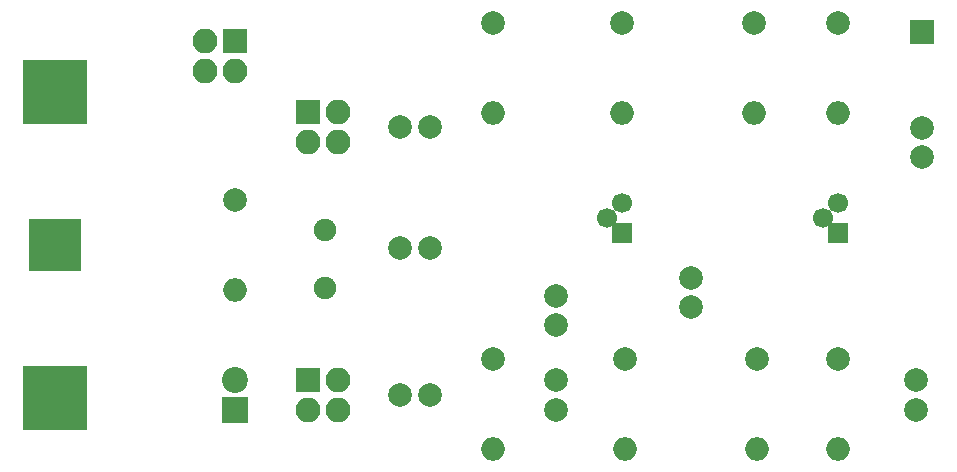
<source format=gbr>
G04 #@! TF.GenerationSoftware,KiCad,Pcbnew,(5.0.0)*
G04 #@! TF.CreationDate,2018-11-05T16:41:38+01:00*
G04 #@! TF.ProjectId,RF_transmitter,52465F7472616E736D69747465722E6B,rev?*
G04 #@! TF.SameCoordinates,Original*
G04 #@! TF.FileFunction,Soldermask,Top*
G04 #@! TF.FilePolarity,Negative*
%FSLAX46Y46*%
G04 Gerber Fmt 4.6, Leading zero omitted, Abs format (unit mm)*
G04 Created by KiCad (PCBNEW (5.0.0)) date 11/05/18 16:41:38*
%MOMM*%
%LPD*%
G01*
G04 APERTURE LIST*
%ADD10R,5.400000X5.400000*%
%ADD11R,4.400000X4.400000*%
%ADD12C,2.000000*%
%ADD13R,2.200000X2.200000*%
%ADD14C,2.200000*%
%ADD15R,2.100000X2.100000*%
%ADD16O,2.100000X2.100000*%
%ADD17R,1.700000X1.700000*%
%ADD18C,1.700000*%
%ADD19O,2.000000X2.000000*%
%ADD20C,1.900000*%
G04 APERTURE END LIST*
D10*
G04 #@! TO.C,BT1*
X52578000Y-92452000D03*
X52578000Y-66552000D03*
D11*
X52578000Y-79502000D03*
G04 #@! TD*
D12*
G04 #@! TO.C,C1*
X84328000Y-69552079D03*
X81828000Y-69552079D03*
G04 #@! TD*
G04 #@! TO.C,C2*
X81828000Y-92197000D03*
X84328000Y-92197000D03*
G04 #@! TD*
G04 #@! TO.C,C3*
X84328000Y-79756000D03*
X81828000Y-79756000D03*
G04 #@! TD*
G04 #@! TO.C,C4*
X94996000Y-86320000D03*
X94996000Y-83820000D03*
G04 #@! TD*
G04 #@! TO.C,C5*
X94996000Y-90947000D03*
X94996000Y-93447000D03*
G04 #@! TD*
G04 #@! TO.C,C6*
X106426000Y-82296000D03*
X106426000Y-84796000D03*
G04 #@! TD*
G04 #@! TO.C,C7*
X125984000Y-72096000D03*
X125984000Y-69596000D03*
G04 #@! TD*
G04 #@! TO.C,C8*
X125476000Y-93447000D03*
X125476000Y-90947000D03*
G04 #@! TD*
D13*
G04 #@! TO.C,D1*
X67818000Y-93472000D03*
D14*
X67818000Y-90932000D03*
G04 #@! TD*
D15*
G04 #@! TO.C,J1*
X67818000Y-62230000D03*
D16*
X67818000Y-64770000D03*
X65278000Y-62230000D03*
X65278000Y-64770000D03*
G04 #@! TD*
D15*
G04 #@! TO.C,J2*
X125984000Y-61456000D03*
G04 #@! TD*
D17*
G04 #@! TO.C,Q1*
X100584000Y-78486000D03*
D18*
X100584000Y-75946000D03*
X99314000Y-77216000D03*
G04 #@! TD*
G04 #@! TO.C,Q2*
X117602000Y-77216000D03*
X118872000Y-75946000D03*
D17*
X118872000Y-78486000D03*
G04 #@! TD*
D12*
G04 #@! TO.C,R1*
X67818000Y-75692000D03*
D19*
X67818000Y-83312000D03*
G04 #@! TD*
G04 #@! TO.C,R2*
X89662000Y-68326000D03*
D12*
X89662000Y-60706000D03*
G04 #@! TD*
G04 #@! TO.C,R3*
X89662000Y-89154000D03*
D19*
X89662000Y-96774000D03*
G04 #@! TD*
G04 #@! TO.C,R4*
X100584000Y-68326000D03*
D12*
X100584000Y-60706000D03*
G04 #@! TD*
G04 #@! TO.C,R5*
X100838000Y-89154000D03*
D19*
X100838000Y-96774000D03*
G04 #@! TD*
G04 #@! TO.C,R6*
X111760000Y-68326000D03*
D12*
X111760000Y-60706000D03*
G04 #@! TD*
G04 #@! TO.C,R7*
X112014000Y-89154000D03*
D19*
X112014000Y-96774000D03*
G04 #@! TD*
D12*
G04 #@! TO.C,R8*
X118872000Y-60706000D03*
D19*
X118872000Y-68326000D03*
G04 #@! TD*
G04 #@! TO.C,R9*
X118872000Y-96774000D03*
D12*
X118872000Y-89154000D03*
G04 #@! TD*
D15*
G04 #@! TO.C,SW1*
X73995000Y-68277079D03*
D16*
X76535000Y-68277079D03*
X73995000Y-70817079D03*
X76535000Y-70817079D03*
G04 #@! TD*
G04 #@! TO.C,SW2*
X76535000Y-93462000D03*
X73995000Y-93462000D03*
X76535000Y-90922000D03*
D15*
X73995000Y-90922000D03*
G04 #@! TD*
D20*
G04 #@! TO.C,Y1*
X75438000Y-78232000D03*
X75438000Y-83112000D03*
G04 #@! TD*
M02*

</source>
